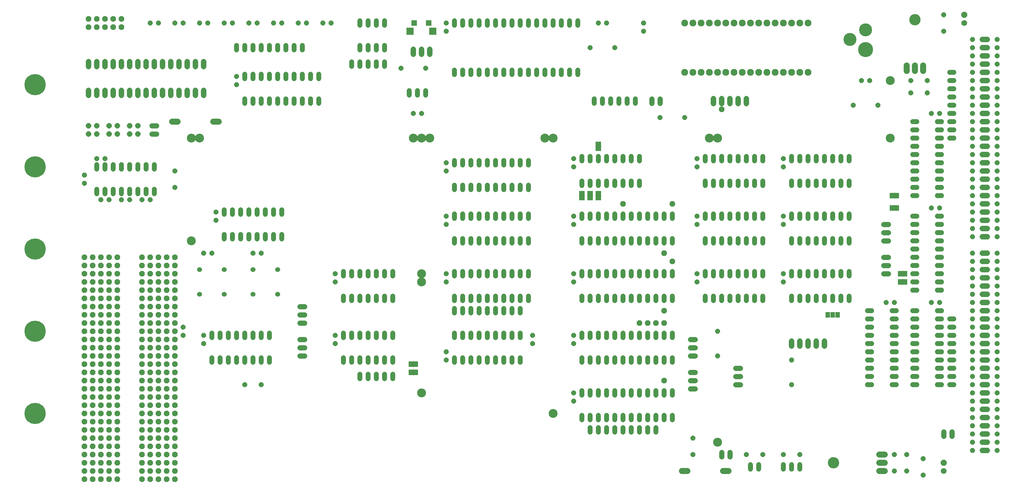
<source format=gbs>
G04 EAGLE Gerber RS-274X export*
G75*
%MOMM*%
%FSLAX34Y34*%
%LPD*%
%INSoldermask Bottom*%
%IPPOS*%
%AMOC8*
5,1,8,0,0,1.08239X$1,22.5*%
G01*
%ADD10C,1.727200*%
%ADD11C,1.524000*%
%ADD12C,1.879600*%
%ADD13C,3.505200*%
%ADD14P,1.951982X8X112.500000*%
%ADD15C,1.803400*%
%ADD16P,1.649562X8X112.500000*%
%ADD17P,1.649562X8X202.500000*%
%ADD18P,1.649562X8X292.500000*%
%ADD19P,1.663309X8X202.500000*%
%ADD20C,6.553200*%
%ADD21C,2.108200*%
%ADD22C,1.625600*%
%ADD23C,2.743200*%
%ADD24C,1.524000*%
%ADD25R,1.727200X1.727200*%
%ADD26R,2.298700X2.298700*%
%ADD27P,1.649562X8X22.500000*%
%ADD28P,1.759533X8X22.500000*%
%ADD29P,1.869504X8X22.500000*%
%ADD30C,4.648200*%
%ADD31C,4.013200*%
%ADD32P,1.869504X8X202.500000*%
%ADD33P,1.869504X8X112.500000*%
%ADD34R,1.371600X1.803400*%
%ADD35R,0.152400X1.828800*%
%ADD36R,1.803400X1.371600*%
%ADD37R,1.828800X0.152400*%


D10*
X1493520Y139700D02*
X1478280Y139700D01*
X1478280Y165100D02*
X1493520Y165100D01*
X1493520Y190500D02*
X1478280Y190500D01*
X1478280Y215900D02*
X1493520Y215900D01*
X1493520Y241300D02*
X1478280Y241300D01*
X1478280Y266700D02*
X1493520Y266700D01*
X1493520Y292100D02*
X1478280Y292100D01*
X1478280Y317500D02*
X1493520Y317500D01*
X1493520Y342900D02*
X1478280Y342900D01*
X1478280Y368300D02*
X1493520Y368300D01*
X1493520Y393700D02*
X1478280Y393700D01*
X1478280Y419100D02*
X1493520Y419100D01*
X1493520Y444500D02*
X1478280Y444500D01*
X1478280Y469900D02*
X1493520Y469900D01*
X1493520Y495300D02*
X1478280Y495300D01*
X1478280Y520700D02*
X1493520Y520700D01*
X1493520Y546100D02*
X1478280Y546100D01*
X1478280Y571500D02*
X1493520Y571500D01*
X1493520Y596900D02*
X1478280Y596900D01*
X1478280Y622300D02*
X1493520Y622300D01*
X1493520Y647700D02*
X1478280Y647700D01*
X1478280Y673100D02*
X1493520Y673100D01*
X1493520Y698500D02*
X1478280Y698500D01*
X1478280Y723900D02*
X1493520Y723900D01*
X1493520Y749300D02*
X1478280Y749300D01*
X1478280Y800100D02*
X1493520Y800100D01*
X1493520Y825500D02*
X1478280Y825500D01*
X1478280Y850900D02*
X1493520Y850900D01*
X1493520Y876300D02*
X1478280Y876300D01*
X1478280Y901700D02*
X1493520Y901700D01*
X1493520Y927100D02*
X1478280Y927100D01*
X1478280Y952500D02*
X1493520Y952500D01*
X1493520Y977900D02*
X1478280Y977900D01*
X1478280Y1003300D02*
X1493520Y1003300D01*
X1493520Y1028700D02*
X1478280Y1028700D01*
X1478280Y1054100D02*
X1493520Y1054100D01*
X1493520Y1079500D02*
X1478280Y1079500D01*
X1478280Y1104900D02*
X1493520Y1104900D01*
X1493520Y1130300D02*
X1478280Y1130300D01*
X1478280Y1155700D02*
X1493520Y1155700D01*
X1493520Y1181100D02*
X1478280Y1181100D01*
X1478280Y1206500D02*
X1493520Y1206500D01*
X1493520Y1231900D02*
X1478280Y1231900D01*
X1478280Y1257300D02*
X1493520Y1257300D01*
X1493520Y1282700D02*
X1478280Y1282700D01*
X1478280Y1308100D02*
X1493520Y1308100D01*
X1493520Y1333500D02*
X1478280Y1333500D01*
X1478280Y1358900D02*
X1493520Y1358900D01*
X1493520Y1384300D02*
X1478280Y1384300D01*
X1478280Y1409700D02*
X1493520Y1409700D01*
D11*
X1276604Y1155700D02*
X1263396Y1155700D01*
X1263396Y1130300D02*
X1276604Y1130300D01*
X1276604Y1003300D02*
X1263396Y1003300D01*
X1263396Y977900D02*
X1276604Y977900D01*
X1276604Y1104900D02*
X1263396Y1104900D01*
X1263396Y1079500D02*
X1276604Y1079500D01*
X1276604Y1028700D02*
X1263396Y1028700D01*
X1263396Y1054100D02*
X1276604Y1054100D01*
X1276604Y952500D02*
X1263396Y952500D01*
X1263396Y927100D02*
X1276604Y927100D01*
X1339596Y927100D02*
X1352804Y927100D01*
X1352804Y952500D02*
X1339596Y952500D01*
X1339596Y977900D02*
X1352804Y977900D01*
X1352804Y1003300D02*
X1339596Y1003300D01*
X1339596Y1028700D02*
X1352804Y1028700D01*
X1352804Y1054100D02*
X1339596Y1054100D01*
X1339596Y1079500D02*
X1352804Y1079500D01*
X1352804Y1104900D02*
X1339596Y1104900D01*
X1339596Y1130300D02*
X1352804Y1130300D01*
X1352804Y1155700D02*
X1339596Y1155700D01*
X1276604Y863600D02*
X1263396Y863600D01*
X1263396Y838200D02*
X1276604Y838200D01*
X1276604Y711200D02*
X1263396Y711200D01*
X1263396Y685800D02*
X1276604Y685800D01*
X1276604Y812800D02*
X1263396Y812800D01*
X1263396Y787400D02*
X1276604Y787400D01*
X1276604Y736600D02*
X1263396Y736600D01*
X1263396Y762000D02*
X1276604Y762000D01*
X1276604Y660400D02*
X1263396Y660400D01*
X1263396Y635000D02*
X1276604Y635000D01*
X1339596Y635000D02*
X1352804Y635000D01*
X1352804Y660400D02*
X1339596Y660400D01*
X1339596Y685800D02*
X1352804Y685800D01*
X1352804Y711200D02*
X1339596Y711200D01*
X1339596Y736600D02*
X1352804Y736600D01*
X1352804Y762000D02*
X1339596Y762000D01*
X1339596Y787400D02*
X1352804Y787400D01*
X1352804Y812800D02*
X1339596Y812800D01*
X1339596Y838200D02*
X1352804Y838200D01*
X1352804Y863600D02*
X1339596Y863600D01*
D12*
X1244600Y1312418D02*
X1244600Y1329182D01*
X1270000Y1329182D02*
X1270000Y1312418D01*
X1295400Y1312418D02*
X1295400Y1329182D01*
D13*
X1270000Y1470660D03*
D14*
X1422400Y1485900D03*
D15*
X1422400Y1460500D03*
D16*
X1358900Y1435100D03*
X1358900Y1485900D03*
D17*
X1308100Y1244600D03*
X1257300Y1244600D03*
X1308100Y1282700D03*
X1257300Y1282700D03*
X1346200Y1181100D03*
X1320800Y1181100D03*
D18*
X431800Y1460500D03*
X431800Y1435100D03*
D17*
X1346200Y889000D03*
X1320800Y889000D03*
X1206500Y596900D03*
X1181100Y596900D03*
D10*
X990600Y477520D02*
X990600Y462280D01*
X965200Y462280D02*
X965200Y477520D01*
X939800Y477520D02*
X939800Y462280D01*
X914400Y462280D02*
X914400Y477520D01*
X889000Y477520D02*
X889000Y462280D01*
D16*
X889000Y342900D03*
X889000Y419100D03*
D19*
X1524000Y139700D03*
X1524000Y165100D03*
X1524000Y190500D03*
X1524000Y215900D03*
X1524000Y241300D03*
X1524000Y266700D03*
X1524000Y292100D03*
X1524000Y317500D03*
X1524000Y342900D03*
X1524000Y368300D03*
X1524000Y393700D03*
X1524000Y419100D03*
X1524000Y444500D03*
X1524000Y469900D03*
X1524000Y495300D03*
X1524000Y520700D03*
X1524000Y546100D03*
X1524000Y571500D03*
X1524000Y596900D03*
X1524000Y622300D03*
X1524000Y647700D03*
X1524000Y673100D03*
X1524000Y698500D03*
X1524000Y723900D03*
X1524000Y749300D03*
X1524000Y800100D03*
X1524000Y825500D03*
X1524000Y850900D03*
X1524000Y876300D03*
X1524000Y901700D03*
X1524000Y927100D03*
X1524000Y952500D03*
X1524000Y977900D03*
X1524000Y1003300D03*
X1524000Y1028700D03*
X1524000Y1054100D03*
X1524000Y1079500D03*
X1524000Y1104900D03*
X1524000Y1130300D03*
X1524000Y1155700D03*
X1524000Y1181100D03*
X1524000Y1206500D03*
X1524000Y1231900D03*
X1524000Y1257300D03*
X1524000Y1282700D03*
X1524000Y1308100D03*
X1524000Y1333500D03*
X1524000Y1358900D03*
X1524000Y1384300D03*
X1524000Y1409700D03*
X1447800Y139700D03*
X1447800Y165100D03*
X1447800Y190500D03*
X1447800Y215900D03*
X1447800Y241300D03*
X1447800Y266700D03*
X1447800Y292100D03*
X1447800Y317500D03*
X1447800Y342900D03*
X1447800Y368300D03*
X1447800Y393700D03*
X1447800Y419100D03*
X1447800Y444500D03*
X1447800Y469900D03*
X1447800Y495300D03*
X1447800Y520700D03*
X1447800Y546100D03*
X1447800Y571500D03*
X1447800Y596900D03*
X1447800Y622300D03*
X1447800Y647700D03*
X1447800Y673100D03*
X1447800Y698500D03*
X1447800Y723900D03*
X1447800Y749300D03*
X1447800Y800100D03*
X1447800Y825500D03*
X1447800Y850900D03*
X1447800Y876300D03*
X1447800Y901700D03*
X1447800Y927100D03*
X1447800Y952500D03*
X1447800Y977900D03*
X1447800Y1003300D03*
X1447800Y1028700D03*
X1447800Y1054100D03*
X1447800Y1079500D03*
X1447800Y1104900D03*
X1447800Y1130300D03*
X1447800Y1155700D03*
X1447800Y1181100D03*
X1447800Y1206500D03*
X1447800Y1231900D03*
X1447800Y1257300D03*
X1447800Y1282700D03*
X1447800Y1308100D03*
X1447800Y1333500D03*
X1447800Y1358900D03*
X1447800Y1384300D03*
X1447800Y1409700D03*
D20*
X-1447800Y1270000D03*
X-1447800Y254000D03*
X-1447800Y1016000D03*
X-1447800Y762000D03*
X-1447800Y508000D03*
D18*
X-889000Y876300D03*
X-889000Y850900D03*
D17*
X1346200Y596900D03*
X1320800Y596900D03*
D18*
X-825500Y1295400D03*
X-825500Y1270000D03*
D11*
X469900Y209804D02*
X469900Y196596D01*
X444500Y196596D02*
X444500Y209804D01*
X419100Y209804D02*
X419100Y196596D01*
X393700Y196596D02*
X393700Y209804D01*
X368300Y209804D02*
X368300Y196596D01*
X342900Y196596D02*
X342900Y209804D01*
X317500Y209804D02*
X317500Y196596D01*
X292100Y196596D02*
X292100Y209804D01*
X266700Y209804D02*
X266700Y196596D01*
X-152400Y1301496D02*
X-152400Y1314704D01*
X-127000Y1314704D02*
X-127000Y1301496D01*
X0Y1301496D02*
X0Y1314704D01*
X25400Y1314704D02*
X25400Y1301496D01*
X-101600Y1301496D02*
X-101600Y1314704D01*
X-76200Y1314704D02*
X-76200Y1301496D01*
X-25400Y1301496D02*
X-25400Y1314704D01*
X-50800Y1314704D02*
X-50800Y1301496D01*
X50800Y1301496D02*
X50800Y1314704D01*
X76200Y1314704D02*
X76200Y1301496D01*
X101600Y1301496D02*
X101600Y1314704D01*
X127000Y1314704D02*
X127000Y1301496D01*
X152400Y1301496D02*
X152400Y1314704D01*
X177800Y1314704D02*
X177800Y1301496D01*
X203200Y1301496D02*
X203200Y1314704D01*
X228600Y1314704D02*
X228600Y1301496D01*
X228600Y1453896D02*
X228600Y1467104D01*
X203200Y1467104D02*
X203200Y1453896D01*
X177800Y1453896D02*
X177800Y1467104D01*
X152400Y1467104D02*
X152400Y1453896D01*
X127000Y1453896D02*
X127000Y1467104D01*
X101600Y1467104D02*
X101600Y1453896D01*
X76200Y1453896D02*
X76200Y1467104D01*
X50800Y1467104D02*
X50800Y1453896D01*
X25400Y1453896D02*
X25400Y1467104D01*
X0Y1467104D02*
X0Y1453896D01*
X-25400Y1453896D02*
X-25400Y1467104D01*
X-50800Y1467104D02*
X-50800Y1453896D01*
X-76200Y1453896D02*
X-76200Y1467104D01*
X-101600Y1467104D02*
X-101600Y1453896D01*
X-127000Y1453896D02*
X-127000Y1467104D01*
X-152400Y1467104D02*
X-152400Y1453896D01*
D10*
X647700Y1226820D02*
X647700Y1211580D01*
X673100Y1211580D02*
X673100Y1226820D01*
X698500Y1226820D02*
X698500Y1211580D01*
X723900Y1211580D02*
X723900Y1226820D01*
X749300Y1226820D02*
X749300Y1211580D01*
D11*
X1377696Y546100D02*
X1390904Y546100D01*
X1390904Y520700D02*
X1377696Y520700D01*
X1377696Y495300D02*
X1390904Y495300D01*
X1390904Y469900D02*
X1377696Y469900D01*
X1377696Y444500D02*
X1390904Y444500D01*
X1390904Y419100D02*
X1377696Y419100D01*
X1377696Y393700D02*
X1390904Y393700D01*
X1390904Y368300D02*
X1377696Y368300D01*
X1377696Y342900D02*
X1390904Y342900D01*
D21*
X558800Y1308100D03*
X584200Y1308100D03*
X609600Y1308100D03*
X635000Y1308100D03*
X660400Y1308100D03*
X685800Y1308100D03*
X711200Y1308100D03*
X736600Y1308100D03*
X762000Y1308100D03*
X787400Y1308100D03*
X812800Y1308100D03*
X838200Y1308100D03*
X863600Y1308100D03*
X889000Y1308100D03*
X914400Y1308100D03*
X939800Y1308100D03*
X939800Y1460500D03*
X914400Y1460500D03*
X889000Y1460500D03*
X863600Y1460500D03*
X812800Y1460500D03*
X787400Y1460500D03*
X762000Y1460500D03*
X736600Y1460500D03*
X711200Y1460500D03*
X685800Y1460500D03*
X660400Y1460500D03*
X635000Y1460500D03*
X609600Y1460500D03*
X584200Y1460500D03*
X558800Y1460500D03*
X838200Y1460500D03*
D22*
X482600Y1226312D02*
X482600Y1212088D01*
X457200Y1212088D02*
X457200Y1226312D01*
D23*
X-965200Y1104900D03*
X-254000Y685800D03*
X-279400Y1104900D03*
X-965200Y787400D03*
X-939800Y1104900D03*
X-254000Y1104900D03*
X635000Y1104900D03*
X1193800Y1282700D03*
X-254000Y660400D03*
X-254000Y317500D03*
D18*
X584200Y177800D03*
X584200Y127000D03*
D17*
X-749300Y342900D03*
X-800100Y342900D03*
D18*
X-1016000Y1003300D03*
X-1016000Y952500D03*
D23*
X660400Y165100D03*
X-228600Y1104900D03*
X1193800Y1104900D03*
X660400Y1104900D03*
D11*
X241300Y616204D02*
X241300Y602996D01*
X266700Y602996D02*
X266700Y616204D01*
X292100Y616204D02*
X292100Y602996D01*
X317500Y602996D02*
X317500Y616204D01*
X342900Y616204D02*
X342900Y602996D01*
X368300Y602996D02*
X368300Y616204D01*
X393700Y616204D02*
X393700Y602996D01*
X419100Y602996D02*
X419100Y616204D01*
X444500Y616204D02*
X444500Y602996D01*
X469900Y602996D02*
X469900Y616204D01*
X495300Y616204D02*
X495300Y602996D01*
X520700Y602996D02*
X520700Y616204D01*
X520700Y679196D02*
X520700Y692404D01*
X495300Y692404D02*
X495300Y679196D01*
X469900Y679196D02*
X469900Y692404D01*
X444500Y692404D02*
X444500Y679196D01*
X419100Y679196D02*
X419100Y692404D01*
X393700Y692404D02*
X393700Y679196D01*
X368300Y679196D02*
X368300Y692404D01*
X342900Y692404D02*
X342900Y679196D01*
X317500Y679196D02*
X317500Y692404D01*
X292100Y692404D02*
X292100Y679196D01*
X266700Y679196D02*
X266700Y692404D01*
X241300Y692404D02*
X241300Y679196D01*
X-495300Y616204D02*
X-495300Y602996D01*
X-469900Y602996D02*
X-469900Y616204D01*
X-342900Y616204D02*
X-342900Y602996D01*
X-342900Y679196D02*
X-342900Y692404D01*
X-444500Y616204D02*
X-444500Y602996D01*
X-419100Y602996D02*
X-419100Y616204D01*
X-368300Y616204D02*
X-368300Y602996D01*
X-393700Y602996D02*
X-393700Y616204D01*
X-368300Y679196D02*
X-368300Y692404D01*
X-393700Y692404D02*
X-393700Y679196D01*
X-419100Y679196D02*
X-419100Y692404D01*
X-444500Y692404D02*
X-444500Y679196D01*
X-469900Y679196D02*
X-469900Y692404D01*
X-495300Y692404D02*
X-495300Y679196D01*
D24*
X-774700Y622300D03*
X-698500Y622300D03*
X-698500Y698500D03*
X-774700Y698500D03*
D11*
X241300Y780796D02*
X241300Y794004D01*
X266700Y794004D02*
X266700Y780796D01*
X292100Y780796D02*
X292100Y794004D01*
X317500Y794004D02*
X317500Y780796D01*
X342900Y780796D02*
X342900Y794004D01*
X368300Y794004D02*
X368300Y780796D01*
X393700Y780796D02*
X393700Y794004D01*
X419100Y794004D02*
X419100Y780796D01*
X444500Y780796D02*
X444500Y794004D01*
X469900Y794004D02*
X469900Y780796D01*
X495300Y780796D02*
X495300Y794004D01*
X520700Y794004D02*
X520700Y780796D01*
X520700Y856996D02*
X520700Y870204D01*
X495300Y870204D02*
X495300Y856996D01*
X469900Y856996D02*
X469900Y870204D01*
X444500Y870204D02*
X444500Y856996D01*
X419100Y856996D02*
X419100Y870204D01*
X393700Y870204D02*
X393700Y856996D01*
X368300Y856996D02*
X368300Y870204D01*
X342900Y870204D02*
X342900Y856996D01*
X317500Y856996D02*
X317500Y870204D01*
X292100Y870204D02*
X292100Y856996D01*
X266700Y856996D02*
X266700Y870204D01*
X241300Y870204D02*
X241300Y856996D01*
D25*
X-231521Y1460246D03*
X-276479Y1460246D03*
D26*
X-218948Y1435354D03*
X-289052Y1435354D03*
D10*
X-279400Y1379220D02*
X-279400Y1363980D01*
X-254000Y1363980D02*
X-254000Y1379220D01*
X-228600Y1379220D02*
X-228600Y1363980D01*
D11*
X-292100Y1251204D02*
X-292100Y1237996D01*
X-241300Y1237996D02*
X-241300Y1251204D01*
X-266700Y1251204D02*
X-266700Y1237996D01*
D17*
X-241300Y1320800D03*
X-317500Y1320800D03*
D11*
X-152400Y616204D02*
X-152400Y602996D01*
X-127000Y602996D02*
X-127000Y616204D01*
X0Y616204D02*
X0Y602996D01*
X25400Y602996D02*
X25400Y616204D01*
X-101600Y616204D02*
X-101600Y602996D01*
X-76200Y602996D02*
X-76200Y616204D01*
X-25400Y616204D02*
X-25400Y602996D01*
X-50800Y602996D02*
X-50800Y616204D01*
X50800Y616204D02*
X50800Y602996D01*
X76200Y602996D02*
X76200Y616204D01*
X76200Y679196D02*
X76200Y692404D01*
X50800Y692404D02*
X50800Y679196D01*
X25400Y679196D02*
X25400Y692404D01*
X0Y692404D02*
X0Y679196D01*
X-25400Y679196D02*
X-25400Y692404D01*
X-50800Y692404D02*
X-50800Y679196D01*
X-76200Y679196D02*
X-76200Y692404D01*
X-101600Y692404D02*
X-101600Y679196D01*
X-127000Y679196D02*
X-127000Y692404D01*
X-152400Y692404D02*
X-152400Y679196D01*
X-152400Y578104D02*
X-152400Y564896D01*
X-127000Y564896D02*
X-127000Y578104D01*
X-101600Y578104D02*
X-101600Y564896D01*
X-76200Y564896D02*
X-76200Y578104D01*
X-50800Y578104D02*
X-50800Y564896D01*
X-25400Y564896D02*
X-25400Y578104D01*
X0Y578104D02*
X0Y564896D01*
X25400Y564896D02*
X25400Y578104D01*
X50800Y578104D02*
X50800Y564896D01*
X-152400Y780796D02*
X-152400Y794004D01*
X-127000Y794004D02*
X-127000Y780796D01*
X0Y780796D02*
X0Y794004D01*
X25400Y794004D02*
X25400Y780796D01*
X-101600Y780796D02*
X-101600Y794004D01*
X-76200Y794004D02*
X-76200Y780796D01*
X-25400Y780796D02*
X-25400Y794004D01*
X-50800Y794004D02*
X-50800Y780796D01*
X50800Y780796D02*
X50800Y794004D01*
X76200Y794004D02*
X76200Y780796D01*
X76200Y856996D02*
X76200Y870204D01*
X50800Y870204D02*
X50800Y856996D01*
X25400Y856996D02*
X25400Y870204D01*
X0Y870204D02*
X0Y856996D01*
X-25400Y856996D02*
X-25400Y870204D01*
X-50800Y870204D02*
X-50800Y856996D01*
X-76200Y856996D02*
X-76200Y870204D01*
X-101600Y870204D02*
X-101600Y856996D01*
X-127000Y856996D02*
X-127000Y870204D01*
X-152400Y870204D02*
X-152400Y856996D01*
X-152400Y945896D02*
X-152400Y959104D01*
X-127000Y959104D02*
X-127000Y945896D01*
X0Y945896D02*
X0Y959104D01*
X25400Y959104D02*
X25400Y945896D01*
X-101600Y945896D02*
X-101600Y959104D01*
X-76200Y959104D02*
X-76200Y945896D01*
X-25400Y945896D02*
X-25400Y959104D01*
X-50800Y959104D02*
X-50800Y945896D01*
X50800Y945896D02*
X50800Y959104D01*
X76200Y959104D02*
X76200Y945896D01*
X76200Y1022096D02*
X76200Y1035304D01*
X50800Y1035304D02*
X50800Y1022096D01*
X25400Y1022096D02*
X25400Y1035304D01*
X0Y1035304D02*
X0Y1022096D01*
X-25400Y1022096D02*
X-25400Y1035304D01*
X-50800Y1035304D02*
X-50800Y1022096D01*
X-76200Y1022096D02*
X-76200Y1035304D01*
X-101600Y1035304D02*
X-101600Y1022096D01*
X-127000Y1022096D02*
X-127000Y1035304D01*
X-152400Y1035304D02*
X-152400Y1022096D01*
X-152400Y425704D02*
X-152400Y412496D01*
X-127000Y412496D02*
X-127000Y425704D01*
X-101600Y425704D02*
X-101600Y412496D01*
X-76200Y412496D02*
X-76200Y425704D01*
X-50800Y425704D02*
X-50800Y412496D01*
X-25400Y412496D02*
X-25400Y425704D01*
X0Y425704D02*
X0Y412496D01*
X25400Y412496D02*
X25400Y425704D01*
X50800Y425704D02*
X50800Y412496D01*
X50800Y488696D02*
X50800Y501904D01*
X25400Y501904D02*
X25400Y488696D01*
X0Y488696D02*
X0Y501904D01*
X-25400Y501904D02*
X-25400Y488696D01*
X-50800Y488696D02*
X-50800Y501904D01*
X-76200Y501904D02*
X-76200Y488696D01*
X-101600Y488696D02*
X-101600Y501904D01*
X-127000Y501904D02*
X-127000Y488696D01*
X-152400Y488696D02*
X-152400Y501904D01*
X241300Y247904D02*
X241300Y234696D01*
X266700Y234696D02*
X266700Y247904D01*
X292100Y247904D02*
X292100Y234696D01*
X317500Y234696D02*
X317500Y247904D01*
X342900Y247904D02*
X342900Y234696D01*
X368300Y234696D02*
X368300Y247904D01*
X393700Y247904D02*
X393700Y234696D01*
X419100Y234696D02*
X419100Y247904D01*
X444500Y247904D02*
X444500Y234696D01*
X469900Y234696D02*
X469900Y247904D01*
X495300Y247904D02*
X495300Y234696D01*
X520700Y234696D02*
X520700Y247904D01*
X520700Y310896D02*
X520700Y324104D01*
X495300Y324104D02*
X495300Y310896D01*
X469900Y310896D02*
X469900Y324104D01*
X444500Y324104D02*
X444500Y310896D01*
X419100Y310896D02*
X419100Y324104D01*
X393700Y324104D02*
X393700Y310896D01*
X368300Y310896D02*
X368300Y324104D01*
X342900Y324104D02*
X342900Y310896D01*
X317500Y310896D02*
X317500Y324104D01*
X292100Y324104D02*
X292100Y310896D01*
X266700Y310896D02*
X266700Y324104D01*
X241300Y324104D02*
X241300Y310896D01*
X-863600Y793496D02*
X-863600Y806704D01*
X-838200Y806704D02*
X-838200Y793496D01*
X-711200Y793496D02*
X-711200Y806704D01*
X-685800Y806704D02*
X-685800Y793496D01*
X-812800Y793496D02*
X-812800Y806704D01*
X-787400Y806704D02*
X-787400Y793496D01*
X-736600Y793496D02*
X-736600Y806704D01*
X-762000Y806704D02*
X-762000Y793496D01*
X-685800Y869696D02*
X-685800Y882904D01*
X-711200Y882904D02*
X-711200Y869696D01*
X-736600Y869696D02*
X-736600Y882904D01*
X-762000Y882904D02*
X-762000Y869696D01*
X-787400Y869696D02*
X-787400Y882904D01*
X-812800Y882904D02*
X-812800Y869696D01*
X-838200Y869696D02*
X-838200Y882904D01*
X-863600Y882904D02*
X-863600Y869696D01*
X-1257300Y933196D02*
X-1257300Y946404D01*
X-1231900Y946404D02*
X-1231900Y933196D01*
X-1104900Y933196D02*
X-1104900Y946404D01*
X-1079500Y946404D02*
X-1079500Y933196D01*
X-1206500Y933196D02*
X-1206500Y946404D01*
X-1181100Y946404D02*
X-1181100Y933196D01*
X-1130300Y933196D02*
X-1130300Y946404D01*
X-1155700Y946404D02*
X-1155700Y933196D01*
X-1079500Y1009396D02*
X-1079500Y1022604D01*
X-1104900Y1022604D02*
X-1104900Y1009396D01*
X-1130300Y1009396D02*
X-1130300Y1022604D01*
X-1155700Y1022604D02*
X-1155700Y1009396D01*
X-1181100Y1009396D02*
X-1181100Y1022604D01*
X-1206500Y1022604D02*
X-1206500Y1009396D01*
X-1231900Y1009396D02*
X-1231900Y1022604D01*
X-1257300Y1022604D02*
X-1257300Y1009396D01*
D27*
X-1244600Y914400D03*
X-1219200Y914400D03*
X-1181100Y914400D03*
X-1155700Y914400D03*
D16*
X-1295400Y965200D03*
X-1295400Y990600D03*
D17*
X-1092200Y914400D03*
X-1117600Y914400D03*
D27*
X-1257300Y1041400D03*
X-1231900Y1041400D03*
D28*
X-1282700Y1117600D03*
X-1257300Y1117600D03*
X-1282700Y1143000D03*
X-1257300Y1143000D03*
X-1219200Y1117600D03*
X-1193800Y1117600D03*
X-1219200Y1143000D03*
X-1193800Y1143000D03*
X-1155700Y1117600D03*
X-1130300Y1117600D03*
X-1155700Y1143000D03*
X-1130300Y1143000D03*
D22*
X-1086612Y1117600D02*
X-1072388Y1117600D01*
X-1072388Y1143000D02*
X-1086612Y1143000D01*
D10*
X-1282700Y1325880D02*
X-1282700Y1341120D01*
X-1257300Y1341120D02*
X-1257300Y1325880D01*
X-1231900Y1325880D02*
X-1231900Y1341120D01*
X-1206500Y1341120D02*
X-1206500Y1325880D01*
X-1181100Y1325880D02*
X-1181100Y1341120D01*
X-1155700Y1341120D02*
X-1155700Y1325880D01*
X-1130300Y1325880D02*
X-1130300Y1341120D01*
X-1104900Y1341120D02*
X-1104900Y1325880D01*
X-1079500Y1325880D02*
X-1079500Y1341120D01*
X-1054100Y1341120D02*
X-1054100Y1325880D01*
X-1028700Y1325880D02*
X-1028700Y1341120D01*
X-1003300Y1341120D02*
X-1003300Y1325880D01*
X-977900Y1325880D02*
X-977900Y1341120D01*
X-952500Y1341120D02*
X-952500Y1325880D01*
X-927100Y1325880D02*
X-927100Y1341120D01*
X-1282700Y1252220D02*
X-1282700Y1236980D01*
X-1257300Y1236980D02*
X-1257300Y1252220D01*
X-1231900Y1252220D02*
X-1231900Y1236980D01*
X-1206500Y1236980D02*
X-1206500Y1252220D01*
X-1181100Y1252220D02*
X-1181100Y1236980D01*
X-1155700Y1236980D02*
X-1155700Y1252220D01*
X-1130300Y1252220D02*
X-1130300Y1236980D01*
X-1104900Y1236980D02*
X-1104900Y1252220D01*
X-1079500Y1252220D02*
X-1079500Y1236980D01*
X-1054100Y1236980D02*
X-1054100Y1252220D01*
X-1028700Y1252220D02*
X-1028700Y1236980D01*
X-1003300Y1236980D02*
X-1003300Y1252220D01*
X-977900Y1252220D02*
X-977900Y1236980D01*
X-952500Y1236980D02*
X-952500Y1252220D01*
X-927100Y1252220D02*
X-927100Y1236980D01*
D29*
X-1282700Y1447800D03*
X-1257300Y1447800D03*
X-1231900Y1447800D03*
X-1206500Y1447800D03*
X-1181100Y1447800D03*
X-1282700Y1473200D03*
X-1257300Y1473200D03*
X-1231900Y1473200D03*
X-1206500Y1473200D03*
X-1181100Y1473200D03*
D27*
X-558800Y1460500D03*
X-533400Y1460500D03*
X-635000Y1460500D03*
X-609600Y1460500D03*
X-711200Y1460500D03*
X-685800Y1460500D03*
X-787400Y1460500D03*
X-762000Y1460500D03*
X-863600Y1460500D03*
X-838200Y1460500D03*
X-939800Y1460500D03*
X-914400Y1460500D03*
X-1016000Y1460500D03*
X-990600Y1460500D03*
X-1092200Y1460500D03*
X-1066800Y1460500D03*
D11*
X-622300Y1390904D02*
X-622300Y1377696D01*
X-647700Y1377696D02*
X-647700Y1390904D01*
X-673100Y1390904D02*
X-673100Y1377696D01*
X-698500Y1377696D02*
X-698500Y1390904D01*
X-723900Y1390904D02*
X-723900Y1377696D01*
X-749300Y1377696D02*
X-749300Y1390904D01*
X-774700Y1390904D02*
X-774700Y1377696D01*
X-800100Y1377696D02*
X-800100Y1390904D01*
X-825500Y1390904D02*
X-825500Y1377696D01*
X1263396Y571500D02*
X1276604Y571500D01*
X1276604Y546100D02*
X1263396Y546100D01*
X1263396Y419100D02*
X1276604Y419100D01*
X1276604Y393700D02*
X1263396Y393700D01*
X1263396Y520700D02*
X1276604Y520700D01*
X1276604Y495300D02*
X1263396Y495300D01*
X1263396Y444500D02*
X1276604Y444500D01*
X1276604Y469900D02*
X1263396Y469900D01*
X1263396Y368300D02*
X1276604Y368300D01*
X1276604Y342900D02*
X1263396Y342900D01*
X1339596Y342900D02*
X1352804Y342900D01*
X1352804Y368300D02*
X1339596Y368300D01*
X1339596Y393700D02*
X1352804Y393700D01*
X1352804Y419100D02*
X1339596Y419100D01*
X1339596Y444500D02*
X1352804Y444500D01*
X1352804Y469900D02*
X1339596Y469900D01*
X1339596Y495300D02*
X1352804Y495300D01*
X1352804Y520700D02*
X1339596Y520700D01*
X1339596Y546100D02*
X1352804Y546100D01*
X1352804Y571500D02*
X1339596Y571500D01*
X1136904Y571500D02*
X1123696Y571500D01*
X1123696Y546100D02*
X1136904Y546100D01*
X1136904Y419100D02*
X1123696Y419100D01*
X1123696Y393700D02*
X1136904Y393700D01*
X1136904Y520700D02*
X1123696Y520700D01*
X1123696Y495300D02*
X1136904Y495300D01*
X1136904Y444500D02*
X1123696Y444500D01*
X1123696Y469900D02*
X1136904Y469900D01*
X1136904Y368300D02*
X1123696Y368300D01*
X1123696Y342900D02*
X1136904Y342900D01*
X1199896Y342900D02*
X1213104Y342900D01*
X1213104Y368300D02*
X1199896Y368300D01*
X1199896Y393700D02*
X1213104Y393700D01*
X1213104Y419100D02*
X1199896Y419100D01*
X1199896Y444500D02*
X1213104Y444500D01*
X1213104Y469900D02*
X1199896Y469900D01*
X1199896Y495300D02*
X1213104Y495300D01*
X1213104Y520700D02*
X1199896Y520700D01*
X1199896Y546100D02*
X1213104Y546100D01*
X1213104Y571500D02*
X1199896Y571500D01*
X-495300Y425704D02*
X-495300Y412496D01*
X-469900Y412496D02*
X-469900Y425704D01*
X-342900Y425704D02*
X-342900Y412496D01*
X-342900Y488696D02*
X-342900Y501904D01*
X-444500Y425704D02*
X-444500Y412496D01*
X-419100Y412496D02*
X-419100Y425704D01*
X-368300Y425704D02*
X-368300Y412496D01*
X-393700Y412496D02*
X-393700Y425704D01*
X-368300Y488696D02*
X-368300Y501904D01*
X-393700Y501904D02*
X-393700Y488696D01*
X-419100Y488696D02*
X-419100Y501904D01*
X-444500Y501904D02*
X-444500Y488696D01*
X-469900Y488696D02*
X-469900Y501904D01*
X-495300Y501904D02*
X-495300Y488696D01*
X889000Y958596D02*
X889000Y971804D01*
X914400Y971804D02*
X914400Y958596D01*
X1041400Y958596D02*
X1041400Y971804D01*
X1066800Y971804D02*
X1066800Y958596D01*
X939800Y958596D02*
X939800Y971804D01*
X965200Y971804D02*
X965200Y958596D01*
X1016000Y958596D02*
X1016000Y971804D01*
X990600Y971804D02*
X990600Y958596D01*
X1066800Y1034796D02*
X1066800Y1048004D01*
X1041400Y1048004D02*
X1041400Y1034796D01*
X1016000Y1034796D02*
X1016000Y1048004D01*
X990600Y1048004D02*
X990600Y1034796D01*
X965200Y1034796D02*
X965200Y1048004D01*
X939800Y1048004D02*
X939800Y1034796D01*
X914400Y1034796D02*
X914400Y1048004D01*
X889000Y1048004D02*
X889000Y1034796D01*
X622300Y971804D02*
X622300Y958596D01*
X647700Y958596D02*
X647700Y971804D01*
X774700Y971804D02*
X774700Y958596D01*
X800100Y958596D02*
X800100Y971804D01*
X673100Y971804D02*
X673100Y958596D01*
X698500Y958596D02*
X698500Y971804D01*
X749300Y971804D02*
X749300Y958596D01*
X723900Y958596D02*
X723900Y971804D01*
X800100Y1034796D02*
X800100Y1048004D01*
X774700Y1048004D02*
X774700Y1034796D01*
X749300Y1034796D02*
X749300Y1048004D01*
X723900Y1048004D02*
X723900Y1034796D01*
X698500Y1034796D02*
X698500Y1048004D01*
X673100Y1048004D02*
X673100Y1034796D01*
X647700Y1034796D02*
X647700Y1048004D01*
X622300Y1048004D02*
X622300Y1034796D01*
X1377696Y1104900D02*
X1390904Y1104900D01*
X1390904Y1130300D02*
X1377696Y1130300D01*
X1377696Y1155700D02*
X1390904Y1155700D01*
X1390904Y1181100D02*
X1377696Y1181100D01*
X1377696Y1206500D02*
X1390904Y1206500D01*
X1390904Y1231900D02*
X1377696Y1231900D01*
X1377696Y1257300D02*
X1390904Y1257300D01*
X1390904Y1282700D02*
X1377696Y1282700D01*
X1377696Y1308100D02*
X1390904Y1308100D01*
D12*
X1176782Y76200D02*
X1160018Y76200D01*
X1160018Y101600D02*
X1176782Y101600D01*
X1176782Y127000D02*
X1160018Y127000D01*
D13*
X1018540Y101600D03*
D16*
X1206500Y76200D03*
X1206500Y127000D03*
X1244600Y76200D03*
X1244600Y127000D03*
X1295400Y63500D03*
X1295400Y114300D03*
D14*
X1358900Y101600D03*
D15*
X1358900Y76200D03*
D11*
X-444500Y361696D02*
X-444500Y374904D01*
X-419100Y374904D02*
X-419100Y361696D01*
X-393700Y361696D02*
X-393700Y374904D01*
X-368300Y374904D02*
X-368300Y361696D01*
X-342900Y361696D02*
X-342900Y374904D01*
X-800100Y1212596D02*
X-800100Y1225804D01*
X-774700Y1225804D02*
X-774700Y1212596D01*
X-647700Y1212596D02*
X-647700Y1225804D01*
X-622300Y1225804D02*
X-622300Y1212596D01*
X-749300Y1212596D02*
X-749300Y1225804D01*
X-723900Y1225804D02*
X-723900Y1212596D01*
X-673100Y1212596D02*
X-673100Y1225804D01*
X-698500Y1225804D02*
X-698500Y1212596D01*
X-596900Y1212596D02*
X-596900Y1225804D01*
X-571500Y1225804D02*
X-571500Y1212596D01*
X-571500Y1288796D02*
X-571500Y1302004D01*
X-596900Y1302004D02*
X-596900Y1288796D01*
X-622300Y1288796D02*
X-622300Y1302004D01*
X-647700Y1302004D02*
X-647700Y1288796D01*
X-673100Y1288796D02*
X-673100Y1302004D01*
X-698500Y1302004D02*
X-698500Y1288796D01*
X-723900Y1288796D02*
X-723900Y1302004D01*
X-749300Y1302004D02*
X-749300Y1288796D01*
X-774700Y1288796D02*
X-774700Y1302004D01*
X-800100Y1302004D02*
X-800100Y1288796D01*
D24*
X-939800Y622300D03*
X-863600Y622300D03*
X-863600Y698500D03*
X-939800Y698500D03*
D11*
X-901700Y425704D02*
X-901700Y412496D01*
X-876300Y412496D02*
X-876300Y425704D01*
X-749300Y425704D02*
X-749300Y412496D01*
X-723900Y412496D02*
X-723900Y425704D01*
X-850900Y425704D02*
X-850900Y412496D01*
X-825500Y412496D02*
X-825500Y425704D01*
X-774700Y425704D02*
X-774700Y412496D01*
X-800100Y412496D02*
X-800100Y425704D01*
X-723900Y488696D02*
X-723900Y501904D01*
X-749300Y501904D02*
X-749300Y488696D01*
X-774700Y488696D02*
X-774700Y501904D01*
X-800100Y501904D02*
X-800100Y488696D01*
X-825500Y488696D02*
X-825500Y501904D01*
X-850900Y501904D02*
X-850900Y488696D01*
X-876300Y488696D02*
X-876300Y501904D01*
X-901700Y501904D02*
X-901700Y488696D01*
D22*
X-629412Y533400D02*
X-615188Y533400D01*
X-615188Y558800D02*
X-629412Y558800D01*
X-629412Y584200D02*
X-615188Y584200D01*
X-615188Y431800D02*
X-629412Y431800D01*
X-629412Y457200D02*
X-615188Y457200D01*
X-615188Y482600D02*
X-629412Y482600D01*
D11*
X-444500Y1377696D02*
X-444500Y1390904D01*
X-419100Y1390904D02*
X-419100Y1377696D01*
X-419100Y1453896D02*
X-419100Y1467104D01*
X-444500Y1467104D02*
X-444500Y1453896D01*
X-393700Y1390904D02*
X-393700Y1377696D01*
X-368300Y1377696D02*
X-368300Y1390904D01*
X-393700Y1453896D02*
X-393700Y1467104D01*
X-368300Y1467104D02*
X-368300Y1453896D01*
X-469900Y1340104D02*
X-469900Y1326896D01*
X-444500Y1326896D02*
X-444500Y1340104D01*
X-419100Y1340104D02*
X-419100Y1326896D01*
X-393700Y1326896D02*
X-393700Y1340104D01*
X-368300Y1340104D02*
X-368300Y1326896D01*
D18*
X88900Y495300D03*
X88900Y469900D03*
X-927100Y495300D03*
X-927100Y469900D03*
X-520700Y495300D03*
X-520700Y469900D03*
X-177800Y685800D03*
X-177800Y660400D03*
X-520700Y685800D03*
X-520700Y660400D03*
X-177800Y1028700D03*
X-177800Y1003300D03*
X-177800Y863600D03*
X-177800Y838200D03*
X-177800Y444500D03*
X-177800Y419100D03*
X215900Y685800D03*
X215900Y660400D03*
X596900Y685800D03*
X596900Y660400D03*
X215900Y863600D03*
X215900Y838200D03*
X215900Y317500D03*
X215900Y292100D03*
X596900Y1041400D03*
X596900Y1016000D03*
X215900Y495300D03*
X215900Y469900D03*
D27*
X-927100Y749300D03*
X-901700Y749300D03*
X-774700Y749300D03*
X-749300Y749300D03*
X-279400Y1181100D03*
X-254000Y1181100D03*
D18*
X-177800Y1460500D03*
X-177800Y1435100D03*
D27*
X1104900Y1282700D03*
X1130300Y1282700D03*
D17*
X1155700Y1206500D03*
X1079500Y1206500D03*
D11*
X241300Y425704D02*
X241300Y412496D01*
X266700Y412496D02*
X266700Y425704D01*
X292100Y425704D02*
X292100Y412496D01*
X317500Y412496D02*
X317500Y425704D01*
X342900Y425704D02*
X342900Y412496D01*
X368300Y412496D02*
X368300Y425704D01*
X393700Y425704D02*
X393700Y412496D01*
X419100Y412496D02*
X419100Y425704D01*
X444500Y425704D02*
X444500Y412496D01*
X469900Y412496D02*
X469900Y425704D01*
X495300Y425704D02*
X495300Y412496D01*
X520700Y412496D02*
X520700Y425704D01*
X520700Y488696D02*
X520700Y501904D01*
X495300Y501904D02*
X495300Y488696D01*
X469900Y488696D02*
X469900Y501904D01*
X444500Y501904D02*
X444500Y488696D01*
X419100Y488696D02*
X419100Y501904D01*
X393700Y501904D02*
X393700Y488696D01*
X368300Y488696D02*
X368300Y501904D01*
X342900Y501904D02*
X342900Y488696D01*
X317500Y488696D02*
X317500Y501904D01*
X292100Y501904D02*
X292100Y488696D01*
X266700Y488696D02*
X266700Y501904D01*
X241300Y501904D02*
X241300Y488696D01*
D22*
X577088Y431800D02*
X591312Y431800D01*
X591312Y457200D02*
X577088Y457200D01*
X577088Y482600D02*
X591312Y482600D01*
X591312Y330200D02*
X577088Y330200D01*
X577088Y355600D02*
X591312Y355600D01*
X591312Y381000D02*
X577088Y381000D01*
D18*
X863600Y1041400D03*
X863600Y1016000D03*
D17*
X558800Y1168400D03*
X482600Y1168400D03*
D11*
X762000Y95504D02*
X762000Y82296D01*
X787400Y82296D02*
X787400Y95504D01*
X863600Y95504D02*
X863600Y82296D01*
X889000Y82296D02*
X889000Y95504D01*
X914400Y95504D02*
X914400Y82296D01*
D22*
X1384300Y183388D02*
X1384300Y197612D01*
X1358900Y197612D02*
X1358900Y183388D01*
D27*
X749300Y127000D03*
X800100Y127000D03*
D17*
X914400Y127000D03*
X863600Y127000D03*
D30*
X1117600Y1378700D03*
D31*
X1117600Y1439700D03*
X1069600Y1409700D03*
D22*
X698500Y134112D02*
X698500Y119888D01*
X673100Y119888D02*
X673100Y134112D01*
D29*
X673100Y1193800D03*
X495300Y355600D03*
X419100Y533400D03*
X444500Y533400D03*
X469900Y533400D03*
X495300Y533400D03*
D27*
X292100Y1460500D03*
X317500Y1460500D03*
D17*
X342900Y1384300D03*
X266700Y1384300D03*
D29*
X368300Y901700D03*
X495300Y749300D03*
X520700Y901700D03*
X495300Y571500D03*
X520700Y723900D03*
D12*
X-880618Y1155700D02*
X-897382Y1155700D01*
X-1007618Y1155700D02*
X-1024382Y1155700D01*
X677418Y76200D02*
X694182Y76200D01*
X567182Y76200D02*
X550418Y76200D01*
D22*
X1173988Y685800D02*
X1188212Y685800D01*
X1188212Y711200D02*
X1173988Y711200D01*
X1173988Y736600D02*
X1188212Y736600D01*
X1188212Y787400D02*
X1173988Y787400D01*
X1173988Y812800D02*
X1188212Y812800D01*
X1188212Y838200D02*
X1173988Y838200D01*
D29*
X-1270000Y660400D03*
X-1244600Y660400D03*
X-1219200Y660400D03*
X-1193800Y660400D03*
X-1270000Y711200D03*
X-1244600Y711200D03*
X-1219200Y711200D03*
X-1193800Y711200D03*
X-1270000Y685800D03*
X-1244600Y685800D03*
X-1219200Y685800D03*
X-1193800Y685800D03*
X-1270000Y736600D03*
X-1244600Y736600D03*
X-1219200Y736600D03*
X-1193800Y736600D03*
X-1117600Y635000D03*
X-1092200Y635000D03*
X-1066800Y635000D03*
X-1041400Y635000D03*
X-1117600Y685800D03*
X-1092200Y685800D03*
X-1066800Y685800D03*
X-1041400Y685800D03*
X-1117600Y660400D03*
X-1092200Y660400D03*
X-1066800Y660400D03*
X-1041400Y660400D03*
X-1117600Y711200D03*
X-1092200Y711200D03*
X-1066800Y711200D03*
X-1041400Y711200D03*
X-1117600Y584200D03*
X-1092200Y584200D03*
X-1066800Y584200D03*
X-1041400Y584200D03*
X-1117600Y609600D03*
X-1092200Y609600D03*
X-1066800Y609600D03*
X-1041400Y609600D03*
D32*
X-1193800Y609600D03*
X-1219200Y609600D03*
X-1244600Y609600D03*
X-1270000Y609600D03*
X-1193800Y635000D03*
X-1219200Y635000D03*
X-1244600Y635000D03*
X-1270000Y635000D03*
D18*
X-990600Y520700D03*
X-990600Y495300D03*
D11*
X241300Y958596D02*
X241300Y971804D01*
X266700Y971804D02*
X266700Y958596D01*
X393700Y958596D02*
X393700Y971804D01*
X419100Y971804D02*
X419100Y958596D01*
X292100Y958596D02*
X292100Y971804D01*
X317500Y971804D02*
X317500Y958596D01*
X368300Y958596D02*
X368300Y971804D01*
X342900Y971804D02*
X342900Y958596D01*
X419100Y1034796D02*
X419100Y1048004D01*
X393700Y1048004D02*
X393700Y1034796D01*
X368300Y1034796D02*
X368300Y1048004D01*
X342900Y1048004D02*
X342900Y1034796D01*
X317500Y1034796D02*
X317500Y1048004D01*
X292100Y1048004D02*
X292100Y1034796D01*
X266700Y1034796D02*
X266700Y1048004D01*
X241300Y1048004D02*
X241300Y1034796D01*
X889000Y794004D02*
X889000Y780796D01*
X914400Y780796D02*
X914400Y794004D01*
X1041400Y794004D02*
X1041400Y780796D01*
X1066800Y780796D02*
X1066800Y794004D01*
X939800Y794004D02*
X939800Y780796D01*
X965200Y780796D02*
X965200Y794004D01*
X1016000Y794004D02*
X1016000Y780796D01*
X990600Y780796D02*
X990600Y794004D01*
X1066800Y856996D02*
X1066800Y870204D01*
X1041400Y870204D02*
X1041400Y856996D01*
X1016000Y856996D02*
X1016000Y870204D01*
X990600Y870204D02*
X990600Y856996D01*
X965200Y856996D02*
X965200Y870204D01*
X939800Y870204D02*
X939800Y856996D01*
X914400Y856996D02*
X914400Y870204D01*
X889000Y870204D02*
X889000Y856996D01*
X622300Y794004D02*
X622300Y780796D01*
X647700Y780796D02*
X647700Y794004D01*
X774700Y794004D02*
X774700Y780796D01*
X800100Y780796D02*
X800100Y794004D01*
X673100Y794004D02*
X673100Y780796D01*
X698500Y780796D02*
X698500Y794004D01*
X749300Y794004D02*
X749300Y780796D01*
X723900Y780796D02*
X723900Y794004D01*
X800100Y856996D02*
X800100Y870204D01*
X774700Y870204D02*
X774700Y856996D01*
X749300Y856996D02*
X749300Y870204D01*
X723900Y870204D02*
X723900Y856996D01*
X698500Y856996D02*
X698500Y870204D01*
X673100Y870204D02*
X673100Y856996D01*
X647700Y856996D02*
X647700Y870204D01*
X622300Y870204D02*
X622300Y856996D01*
D18*
X215900Y1041400D03*
X215900Y1016000D03*
X596900Y863600D03*
X596900Y838200D03*
X863600Y863600D03*
X863600Y838200D03*
D11*
X889000Y616204D02*
X889000Y602996D01*
X914400Y602996D02*
X914400Y616204D01*
X1041400Y616204D02*
X1041400Y602996D01*
X1066800Y602996D02*
X1066800Y616204D01*
X939800Y616204D02*
X939800Y602996D01*
X965200Y602996D02*
X965200Y616204D01*
X1016000Y616204D02*
X1016000Y602996D01*
X990600Y602996D02*
X990600Y616204D01*
X1066800Y679196D02*
X1066800Y692404D01*
X1041400Y692404D02*
X1041400Y679196D01*
X1016000Y679196D02*
X1016000Y692404D01*
X990600Y692404D02*
X990600Y679196D01*
X965200Y679196D02*
X965200Y692404D01*
X939800Y692404D02*
X939800Y679196D01*
X914400Y679196D02*
X914400Y692404D01*
X889000Y692404D02*
X889000Y679196D01*
X279400Y1212596D02*
X279400Y1225804D01*
X304800Y1225804D02*
X304800Y1212596D01*
X330200Y1212596D02*
X330200Y1225804D01*
X355600Y1225804D02*
X355600Y1212596D01*
X381000Y1212596D02*
X381000Y1225804D01*
X406400Y1225804D02*
X406400Y1212596D01*
D22*
X716788Y342900D02*
X731012Y342900D01*
X731012Y368300D02*
X716788Y368300D01*
X716788Y393700D02*
X731012Y393700D01*
D18*
X660400Y508000D03*
X660400Y431800D03*
X863600Y685800D03*
X863600Y660400D03*
D23*
X127000Y1104900D03*
X152400Y1104900D03*
X152400Y254000D03*
D32*
X-1041400Y736600D03*
X-1066800Y736600D03*
X-1092200Y736600D03*
X-1117600Y736600D03*
D29*
X-1270000Y584200D03*
X-1244600Y584200D03*
X-1219200Y584200D03*
X-1193800Y584200D03*
D33*
X-1016000Y660400D03*
X-1016000Y685800D03*
X-1016000Y711200D03*
X-1016000Y736600D03*
X-1016000Y558800D03*
X-1016000Y584200D03*
X-1016000Y609600D03*
X-1016000Y635000D03*
X-1295400Y660400D03*
X-1295400Y685800D03*
X-1295400Y711200D03*
X-1295400Y736600D03*
X-1295400Y558800D03*
X-1295400Y584200D03*
X-1295400Y609600D03*
X-1295400Y635000D03*
D29*
X-1270000Y558800D03*
X-1244600Y558800D03*
X-1219200Y558800D03*
X-1193800Y558800D03*
X-1270000Y533400D03*
X-1244600Y533400D03*
X-1219200Y533400D03*
X-1193800Y533400D03*
X-1270000Y508000D03*
X-1244600Y508000D03*
X-1219200Y508000D03*
X-1193800Y508000D03*
X-1270000Y482600D03*
X-1244600Y482600D03*
X-1219200Y482600D03*
X-1193800Y482600D03*
X-1270000Y457200D03*
X-1244600Y457200D03*
X-1219200Y457200D03*
X-1193800Y457200D03*
X-1270000Y431800D03*
X-1244600Y431800D03*
X-1219200Y431800D03*
X-1193800Y431800D03*
X-1270000Y406400D03*
X-1244600Y406400D03*
X-1219200Y406400D03*
X-1193800Y406400D03*
X-1117600Y558800D03*
X-1092200Y558800D03*
X-1066800Y558800D03*
X-1041400Y558800D03*
X-1117600Y533400D03*
X-1092200Y533400D03*
X-1066800Y533400D03*
X-1041400Y533400D03*
X-1117600Y508000D03*
X-1092200Y508000D03*
X-1066800Y508000D03*
X-1041400Y508000D03*
X-1117600Y482600D03*
X-1092200Y482600D03*
X-1066800Y482600D03*
X-1041400Y482600D03*
X-1117600Y457200D03*
X-1092200Y457200D03*
X-1066800Y457200D03*
X-1041400Y457200D03*
X-1117600Y431800D03*
X-1092200Y431800D03*
X-1066800Y431800D03*
X-1041400Y431800D03*
X-1117600Y406400D03*
X-1092200Y406400D03*
X-1066800Y406400D03*
X-1041400Y406400D03*
X-1270000Y381000D03*
X-1244600Y381000D03*
X-1219200Y381000D03*
X-1193800Y381000D03*
X-1270000Y355600D03*
X-1244600Y355600D03*
X-1219200Y355600D03*
X-1193800Y355600D03*
X-1270000Y330200D03*
X-1244600Y330200D03*
X-1219200Y330200D03*
X-1193800Y330200D03*
X-1270000Y304800D03*
X-1244600Y304800D03*
X-1219200Y304800D03*
X-1193800Y304800D03*
X-1117600Y381000D03*
X-1092200Y381000D03*
X-1066800Y381000D03*
X-1041400Y381000D03*
X-1117600Y355600D03*
X-1092200Y355600D03*
X-1066800Y355600D03*
X-1041400Y355600D03*
X-1117600Y330200D03*
X-1092200Y330200D03*
X-1066800Y330200D03*
X-1041400Y330200D03*
X-1117600Y304800D03*
X-1092200Y304800D03*
X-1066800Y304800D03*
X-1041400Y304800D03*
X-1270000Y279400D03*
X-1244600Y279400D03*
X-1219200Y279400D03*
X-1193800Y279400D03*
X-1270000Y254000D03*
X-1244600Y254000D03*
X-1219200Y254000D03*
X-1193800Y254000D03*
X-1117600Y279400D03*
X-1092200Y279400D03*
X-1066800Y279400D03*
X-1041400Y279400D03*
X-1117600Y254000D03*
X-1092200Y254000D03*
X-1066800Y254000D03*
X-1041400Y254000D03*
D33*
X-1016000Y457200D03*
X-1016000Y482600D03*
X-1016000Y508000D03*
X-1016000Y533400D03*
X-1016000Y355600D03*
X-1016000Y381000D03*
X-1016000Y406400D03*
X-1016000Y431800D03*
X-1295400Y457200D03*
X-1295400Y482600D03*
X-1295400Y508000D03*
X-1295400Y533400D03*
X-1295400Y355600D03*
X-1295400Y381000D03*
X-1295400Y406400D03*
X-1295400Y431800D03*
X-1016000Y254000D03*
X-1016000Y279400D03*
X-1016000Y304800D03*
X-1016000Y330200D03*
X-1295400Y254000D03*
X-1295400Y279400D03*
X-1295400Y304800D03*
X-1295400Y330200D03*
X-1016000Y152400D03*
X-1016000Y177800D03*
X-1016000Y203200D03*
X-1016000Y228600D03*
X-1295400Y152400D03*
X-1295400Y177800D03*
X-1295400Y203200D03*
X-1295400Y228600D03*
D29*
X-1270000Y228600D03*
X-1244600Y228600D03*
X-1219200Y228600D03*
X-1193800Y228600D03*
X-1270000Y203200D03*
X-1244600Y203200D03*
X-1219200Y203200D03*
X-1193800Y203200D03*
X-1270000Y177800D03*
X-1244600Y177800D03*
X-1219200Y177800D03*
X-1193800Y177800D03*
X-1270000Y152400D03*
X-1244600Y152400D03*
X-1219200Y152400D03*
X-1193800Y152400D03*
X-1270000Y127000D03*
X-1244600Y127000D03*
X-1219200Y127000D03*
X-1193800Y127000D03*
X-1270000Y101600D03*
X-1244600Y101600D03*
X-1219200Y101600D03*
X-1193800Y101600D03*
X-1270000Y76200D03*
X-1244600Y76200D03*
X-1219200Y76200D03*
X-1193800Y76200D03*
X-1270000Y50800D03*
X-1244600Y50800D03*
X-1219200Y50800D03*
X-1193800Y50800D03*
X-1117600Y228600D03*
X-1092200Y228600D03*
X-1066800Y228600D03*
X-1041400Y228600D03*
X-1117600Y203200D03*
X-1092200Y203200D03*
X-1066800Y203200D03*
X-1041400Y203200D03*
X-1117600Y177800D03*
X-1092200Y177800D03*
X-1066800Y177800D03*
X-1041400Y177800D03*
X-1117600Y152400D03*
X-1092200Y152400D03*
X-1066800Y152400D03*
X-1041400Y152400D03*
X-1117600Y127000D03*
X-1092200Y127000D03*
X-1066800Y127000D03*
X-1041400Y127000D03*
X-1117600Y101600D03*
X-1092200Y101600D03*
X-1066800Y101600D03*
X-1041400Y101600D03*
X-1117600Y76200D03*
X-1092200Y76200D03*
X-1066800Y76200D03*
X-1041400Y76200D03*
X-1117600Y50800D03*
X-1092200Y50800D03*
X-1066800Y50800D03*
X-1041400Y50800D03*
D33*
X-1016000Y50800D03*
X-1016000Y76200D03*
X-1016000Y101600D03*
X-1016000Y127000D03*
X-1295400Y50800D03*
X-1295400Y76200D03*
X-1295400Y101600D03*
X-1295400Y127000D03*
D34*
X-287020Y406400D03*
X-271780Y406400D03*
D35*
X-279400Y406400D03*
D34*
X-287020Y381000D03*
X-271780Y381000D03*
D35*
X-279400Y381000D03*
D36*
X292100Y1087120D03*
X292100Y1071880D03*
D37*
X292100Y1079500D03*
D34*
X1198880Y889000D03*
X1214120Y889000D03*
D35*
X1206500Y889000D03*
D34*
X1198880Y927100D03*
X1214120Y927100D03*
D35*
X1206500Y927100D03*
D34*
X1224280Y685800D03*
X1239520Y685800D03*
D35*
X1231900Y685800D03*
D11*
X622300Y616204D02*
X622300Y602996D01*
X647700Y602996D02*
X647700Y616204D01*
X774700Y616204D02*
X774700Y602996D01*
X800100Y602996D02*
X800100Y616204D01*
X673100Y616204D02*
X673100Y602996D01*
X698500Y602996D02*
X698500Y616204D01*
X749300Y616204D02*
X749300Y602996D01*
X723900Y602996D02*
X723900Y616204D01*
X800100Y679196D02*
X800100Y692404D01*
X774700Y692404D02*
X774700Y679196D01*
X749300Y679196D02*
X749300Y692404D01*
X723900Y692404D02*
X723900Y679196D01*
X698500Y679196D02*
X698500Y692404D01*
X673100Y692404D02*
X673100Y679196D01*
X647700Y679196D02*
X647700Y692404D01*
X622300Y692404D02*
X622300Y679196D01*
D34*
X1031240Y558800D03*
X1016000Y558800D03*
X1000760Y558800D03*
D36*
X266700Y919480D03*
X266700Y934720D03*
D37*
X266700Y927100D03*
D36*
X292100Y919480D03*
X292100Y934720D03*
D37*
X292100Y927100D03*
D36*
X241300Y919480D03*
X241300Y934720D03*
D37*
X241300Y927100D03*
D34*
X1224280Y660400D03*
X1239520Y660400D03*
D35*
X1231900Y660400D03*
M02*

</source>
